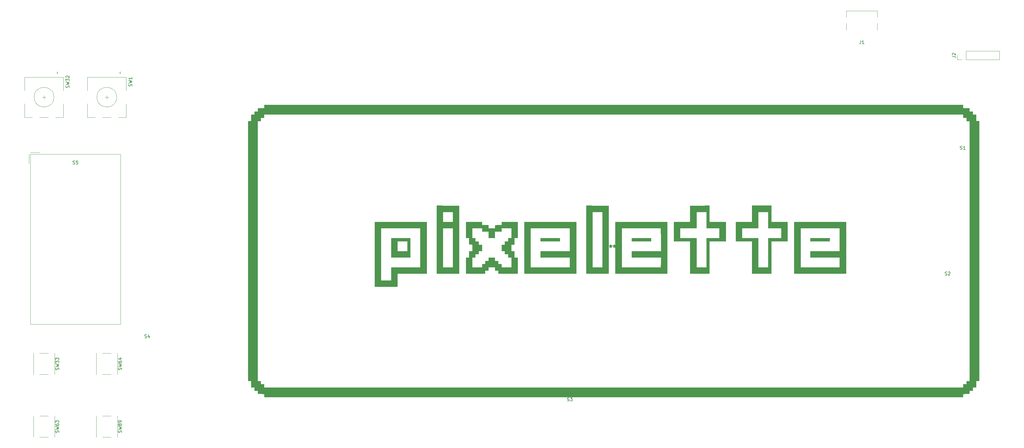
<source format=gbr>
%TF.GenerationSoftware,KiCad,Pcbnew,7.0.7*%
%TF.CreationDate,2023-10-31T22:36:57+07:00*%
%TF.ProjectId,Pixelette,50697865-6c65-4747-9465-2e6b69636164,rev?*%
%TF.SameCoordinates,Original*%
%TF.FileFunction,Legend,Top*%
%TF.FilePolarity,Positive*%
%FSLAX46Y46*%
G04 Gerber Fmt 4.6, Leading zero omitted, Abs format (unit mm)*
G04 Created by KiCad (PCBNEW 7.0.7) date 2023-10-31 22:36:57*
%MOMM*%
%LPD*%
G01*
G04 APERTURE LIST*
%ADD10C,0.150000*%
%ADD11C,0.300000*%
%ADD12C,0.120000*%
G04 APERTURE END LIST*
D10*
X287538095Y-40519700D02*
X287680952Y-40567319D01*
X287680952Y-40567319D02*
X287919047Y-40567319D01*
X287919047Y-40567319D02*
X288014285Y-40519700D01*
X288014285Y-40519700D02*
X288061904Y-40472080D01*
X288061904Y-40472080D02*
X288109523Y-40376842D01*
X288109523Y-40376842D02*
X288109523Y-40281604D01*
X288109523Y-40281604D02*
X288061904Y-40186366D01*
X288061904Y-40186366D02*
X288014285Y-40138747D01*
X288014285Y-40138747D02*
X287919047Y-40091128D01*
X287919047Y-40091128D02*
X287728571Y-40043509D01*
X287728571Y-40043509D02*
X287633333Y-39995890D01*
X287633333Y-39995890D02*
X287585714Y-39948271D01*
X287585714Y-39948271D02*
X287538095Y-39853033D01*
X287538095Y-39853033D02*
X287538095Y-39757795D01*
X287538095Y-39757795D02*
X287585714Y-39662557D01*
X287585714Y-39662557D02*
X287633333Y-39614938D01*
X287633333Y-39614938D02*
X287728571Y-39567319D01*
X287728571Y-39567319D02*
X287966666Y-39567319D01*
X287966666Y-39567319D02*
X288109523Y-39614938D01*
X289061904Y-40567319D02*
X288490476Y-40567319D01*
X288776190Y-40567319D02*
X288776190Y-39567319D01*
X288776190Y-39567319D02*
X288680952Y-39710176D01*
X288680952Y-39710176D02*
X288585714Y-39805414D01*
X288585714Y-39805414D02*
X288490476Y-39853033D01*
X282956845Y-78719700D02*
X283099702Y-78767319D01*
X283099702Y-78767319D02*
X283337797Y-78767319D01*
X283337797Y-78767319D02*
X283433035Y-78719700D01*
X283433035Y-78719700D02*
X283480654Y-78672080D01*
X283480654Y-78672080D02*
X283528273Y-78576842D01*
X283528273Y-78576842D02*
X283528273Y-78481604D01*
X283528273Y-78481604D02*
X283480654Y-78386366D01*
X283480654Y-78386366D02*
X283433035Y-78338747D01*
X283433035Y-78338747D02*
X283337797Y-78291128D01*
X283337797Y-78291128D02*
X283147321Y-78243509D01*
X283147321Y-78243509D02*
X283052083Y-78195890D01*
X283052083Y-78195890D02*
X283004464Y-78148271D01*
X283004464Y-78148271D02*
X282956845Y-78053033D01*
X282956845Y-78053033D02*
X282956845Y-77957795D01*
X282956845Y-77957795D02*
X283004464Y-77862557D01*
X283004464Y-77862557D02*
X283052083Y-77814938D01*
X283052083Y-77814938D02*
X283147321Y-77767319D01*
X283147321Y-77767319D02*
X283385416Y-77767319D01*
X283385416Y-77767319D02*
X283528273Y-77814938D01*
X283909226Y-77862557D02*
X283956845Y-77814938D01*
X283956845Y-77814938D02*
X284052083Y-77767319D01*
X284052083Y-77767319D02*
X284290178Y-77767319D01*
X284290178Y-77767319D02*
X284385416Y-77814938D01*
X284385416Y-77814938D02*
X284433035Y-77862557D01*
X284433035Y-77862557D02*
X284480654Y-77957795D01*
X284480654Y-77957795D02*
X284480654Y-78053033D01*
X284480654Y-78053033D02*
X284433035Y-78195890D01*
X284433035Y-78195890D02*
X283861607Y-78767319D01*
X283861607Y-78767319D02*
X284480654Y-78767319D01*
X40069345Y-97769700D02*
X40212202Y-97817319D01*
X40212202Y-97817319D02*
X40450297Y-97817319D01*
X40450297Y-97817319D02*
X40545535Y-97769700D01*
X40545535Y-97769700D02*
X40593154Y-97722080D01*
X40593154Y-97722080D02*
X40640773Y-97626842D01*
X40640773Y-97626842D02*
X40640773Y-97531604D01*
X40640773Y-97531604D02*
X40593154Y-97436366D01*
X40593154Y-97436366D02*
X40545535Y-97388747D01*
X40545535Y-97388747D02*
X40450297Y-97341128D01*
X40450297Y-97341128D02*
X40259821Y-97293509D01*
X40259821Y-97293509D02*
X40164583Y-97245890D01*
X40164583Y-97245890D02*
X40116964Y-97198271D01*
X40116964Y-97198271D02*
X40069345Y-97103033D01*
X40069345Y-97103033D02*
X40069345Y-97007795D01*
X40069345Y-97007795D02*
X40116964Y-96912557D01*
X40116964Y-96912557D02*
X40164583Y-96864938D01*
X40164583Y-96864938D02*
X40259821Y-96817319D01*
X40259821Y-96817319D02*
X40497916Y-96817319D01*
X40497916Y-96817319D02*
X40640773Y-96864938D01*
X41497916Y-97150652D02*
X41497916Y-97817319D01*
X41259821Y-96769700D02*
X41021726Y-97483985D01*
X41021726Y-97483985D02*
X41640773Y-97483985D01*
X168306845Y-116919700D02*
X168449702Y-116967319D01*
X168449702Y-116967319D02*
X168687797Y-116967319D01*
X168687797Y-116967319D02*
X168783035Y-116919700D01*
X168783035Y-116919700D02*
X168830654Y-116872080D01*
X168830654Y-116872080D02*
X168878273Y-116776842D01*
X168878273Y-116776842D02*
X168878273Y-116681604D01*
X168878273Y-116681604D02*
X168830654Y-116586366D01*
X168830654Y-116586366D02*
X168783035Y-116538747D01*
X168783035Y-116538747D02*
X168687797Y-116491128D01*
X168687797Y-116491128D02*
X168497321Y-116443509D01*
X168497321Y-116443509D02*
X168402083Y-116395890D01*
X168402083Y-116395890D02*
X168354464Y-116348271D01*
X168354464Y-116348271D02*
X168306845Y-116253033D01*
X168306845Y-116253033D02*
X168306845Y-116157795D01*
X168306845Y-116157795D02*
X168354464Y-116062557D01*
X168354464Y-116062557D02*
X168402083Y-116014938D01*
X168402083Y-116014938D02*
X168497321Y-115967319D01*
X168497321Y-115967319D02*
X168735416Y-115967319D01*
X168735416Y-115967319D02*
X168878273Y-116014938D01*
X169211607Y-115967319D02*
X169830654Y-115967319D01*
X169830654Y-115967319D02*
X169497321Y-116348271D01*
X169497321Y-116348271D02*
X169640178Y-116348271D01*
X169640178Y-116348271D02*
X169735416Y-116395890D01*
X169735416Y-116395890D02*
X169783035Y-116443509D01*
X169783035Y-116443509D02*
X169830654Y-116538747D01*
X169830654Y-116538747D02*
X169830654Y-116776842D01*
X169830654Y-116776842D02*
X169783035Y-116872080D01*
X169783035Y-116872080D02*
X169735416Y-116919700D01*
X169735416Y-116919700D02*
X169640178Y-116967319D01*
X169640178Y-116967319D02*
X169354464Y-116967319D01*
X169354464Y-116967319D02*
X169259226Y-116919700D01*
X169259226Y-116919700D02*
X169211607Y-116872080D01*
D11*
X180558572Y-69689757D02*
X180415715Y-69618328D01*
X180415715Y-69618328D02*
X180201429Y-69618328D01*
X180201429Y-69618328D02*
X179987143Y-69689757D01*
X179987143Y-69689757D02*
X179844286Y-69832614D01*
X179844286Y-69832614D02*
X179772857Y-69975471D01*
X179772857Y-69975471D02*
X179701429Y-70261185D01*
X179701429Y-70261185D02*
X179701429Y-70475471D01*
X179701429Y-70475471D02*
X179772857Y-70761185D01*
X179772857Y-70761185D02*
X179844286Y-70904042D01*
X179844286Y-70904042D02*
X179987143Y-71046900D01*
X179987143Y-71046900D02*
X180201429Y-71118328D01*
X180201429Y-71118328D02*
X180344286Y-71118328D01*
X180344286Y-71118328D02*
X180558572Y-71046900D01*
X180558572Y-71046900D02*
X180630000Y-70975471D01*
X180630000Y-70975471D02*
X180630000Y-70475471D01*
X180630000Y-70475471D02*
X180344286Y-70475471D01*
X181487143Y-69618328D02*
X181487143Y-69975471D01*
X181130000Y-69832614D02*
X181487143Y-69975471D01*
X181487143Y-69975471D02*
X181844286Y-69832614D01*
X181272857Y-70261185D02*
X181487143Y-69975471D01*
X181487143Y-69975471D02*
X181701429Y-70261185D01*
X182630000Y-69618328D02*
X182630000Y-69975471D01*
X182272857Y-69832614D02*
X182630000Y-69975471D01*
X182630000Y-69975471D02*
X182987143Y-69832614D01*
X182415714Y-70261185D02*
X182630000Y-69975471D01*
X182630000Y-69975471D02*
X182844286Y-70261185D01*
X183772857Y-69618328D02*
X183772857Y-69975471D01*
X183415714Y-69832614D02*
X183772857Y-69975471D01*
X183772857Y-69975471D02*
X184130000Y-69832614D01*
X183558571Y-70261185D02*
X183772857Y-69975471D01*
X183772857Y-69975471D02*
X183987143Y-70261185D01*
D10*
X36182200Y-21333332D02*
X36229819Y-21190475D01*
X36229819Y-21190475D02*
X36229819Y-20952380D01*
X36229819Y-20952380D02*
X36182200Y-20857142D01*
X36182200Y-20857142D02*
X36134580Y-20809523D01*
X36134580Y-20809523D02*
X36039342Y-20761904D01*
X36039342Y-20761904D02*
X35944104Y-20761904D01*
X35944104Y-20761904D02*
X35848866Y-20809523D01*
X35848866Y-20809523D02*
X35801247Y-20857142D01*
X35801247Y-20857142D02*
X35753628Y-20952380D01*
X35753628Y-20952380D02*
X35706009Y-21142856D01*
X35706009Y-21142856D02*
X35658390Y-21238094D01*
X35658390Y-21238094D02*
X35610771Y-21285713D01*
X35610771Y-21285713D02*
X35515533Y-21333332D01*
X35515533Y-21333332D02*
X35420295Y-21333332D01*
X35420295Y-21333332D02*
X35325057Y-21285713D01*
X35325057Y-21285713D02*
X35277438Y-21238094D01*
X35277438Y-21238094D02*
X35229819Y-21142856D01*
X35229819Y-21142856D02*
X35229819Y-20904761D01*
X35229819Y-20904761D02*
X35277438Y-20761904D01*
X35229819Y-20428570D02*
X36229819Y-20190475D01*
X36229819Y-20190475D02*
X35515533Y-19999999D01*
X35515533Y-19999999D02*
X36229819Y-19809523D01*
X36229819Y-19809523D02*
X35229819Y-19571428D01*
X36229819Y-18666666D02*
X36229819Y-19238094D01*
X36229819Y-18952380D02*
X35229819Y-18952380D01*
X35229819Y-18952380D02*
X35372676Y-19047618D01*
X35372676Y-19047618D02*
X35467914Y-19142856D01*
X35467914Y-19142856D02*
X35515533Y-19238094D01*
X13982200Y-126522023D02*
X14029819Y-126379166D01*
X14029819Y-126379166D02*
X14029819Y-126141071D01*
X14029819Y-126141071D02*
X13982200Y-126045833D01*
X13982200Y-126045833D02*
X13934580Y-125998214D01*
X13934580Y-125998214D02*
X13839342Y-125950595D01*
X13839342Y-125950595D02*
X13744104Y-125950595D01*
X13744104Y-125950595D02*
X13648866Y-125998214D01*
X13648866Y-125998214D02*
X13601247Y-126045833D01*
X13601247Y-126045833D02*
X13553628Y-126141071D01*
X13553628Y-126141071D02*
X13506009Y-126331547D01*
X13506009Y-126331547D02*
X13458390Y-126426785D01*
X13458390Y-126426785D02*
X13410771Y-126474404D01*
X13410771Y-126474404D02*
X13315533Y-126522023D01*
X13315533Y-126522023D02*
X13220295Y-126522023D01*
X13220295Y-126522023D02*
X13125057Y-126474404D01*
X13125057Y-126474404D02*
X13077438Y-126426785D01*
X13077438Y-126426785D02*
X13029819Y-126331547D01*
X13029819Y-126331547D02*
X13029819Y-126093452D01*
X13029819Y-126093452D02*
X13077438Y-125950595D01*
X13029819Y-125617261D02*
X14029819Y-125379166D01*
X14029819Y-125379166D02*
X13315533Y-125188690D01*
X13315533Y-125188690D02*
X14029819Y-124998214D01*
X14029819Y-124998214D02*
X13029819Y-124760119D01*
X13029819Y-123950595D02*
X13029819Y-124141071D01*
X13029819Y-124141071D02*
X13077438Y-124236309D01*
X13077438Y-124236309D02*
X13125057Y-124283928D01*
X13125057Y-124283928D02*
X13267914Y-124379166D01*
X13267914Y-124379166D02*
X13458390Y-124426785D01*
X13458390Y-124426785D02*
X13839342Y-124426785D01*
X13839342Y-124426785D02*
X13934580Y-124379166D01*
X13934580Y-124379166D02*
X13982200Y-124331547D01*
X13982200Y-124331547D02*
X14029819Y-124236309D01*
X14029819Y-124236309D02*
X14029819Y-124045833D01*
X14029819Y-124045833D02*
X13982200Y-123950595D01*
X13982200Y-123950595D02*
X13934580Y-123902976D01*
X13934580Y-123902976D02*
X13839342Y-123855357D01*
X13839342Y-123855357D02*
X13601247Y-123855357D01*
X13601247Y-123855357D02*
X13506009Y-123902976D01*
X13506009Y-123902976D02*
X13458390Y-123950595D01*
X13458390Y-123950595D02*
X13410771Y-124045833D01*
X13410771Y-124045833D02*
X13410771Y-124236309D01*
X13410771Y-124236309D02*
X13458390Y-124331547D01*
X13458390Y-124331547D02*
X13506009Y-124379166D01*
X13506009Y-124379166D02*
X13601247Y-124426785D01*
X13029819Y-123522023D02*
X13029819Y-122902976D01*
X13029819Y-122902976D02*
X13410771Y-123236309D01*
X13410771Y-123236309D02*
X13410771Y-123093452D01*
X13410771Y-123093452D02*
X13458390Y-122998214D01*
X13458390Y-122998214D02*
X13506009Y-122950595D01*
X13506009Y-122950595D02*
X13601247Y-122902976D01*
X13601247Y-122902976D02*
X13839342Y-122902976D01*
X13839342Y-122902976D02*
X13934580Y-122950595D01*
X13934580Y-122950595D02*
X13982200Y-122998214D01*
X13982200Y-122998214D02*
X14029819Y-123093452D01*
X14029819Y-123093452D02*
X14029819Y-123379166D01*
X14029819Y-123379166D02*
X13982200Y-123474404D01*
X13982200Y-123474404D02*
X13934580Y-123522023D01*
X33032200Y-107472023D02*
X33079819Y-107329166D01*
X33079819Y-107329166D02*
X33079819Y-107091071D01*
X33079819Y-107091071D02*
X33032200Y-106995833D01*
X33032200Y-106995833D02*
X32984580Y-106948214D01*
X32984580Y-106948214D02*
X32889342Y-106900595D01*
X32889342Y-106900595D02*
X32794104Y-106900595D01*
X32794104Y-106900595D02*
X32698866Y-106948214D01*
X32698866Y-106948214D02*
X32651247Y-106995833D01*
X32651247Y-106995833D02*
X32603628Y-107091071D01*
X32603628Y-107091071D02*
X32556009Y-107281547D01*
X32556009Y-107281547D02*
X32508390Y-107376785D01*
X32508390Y-107376785D02*
X32460771Y-107424404D01*
X32460771Y-107424404D02*
X32365533Y-107472023D01*
X32365533Y-107472023D02*
X32270295Y-107472023D01*
X32270295Y-107472023D02*
X32175057Y-107424404D01*
X32175057Y-107424404D02*
X32127438Y-107376785D01*
X32127438Y-107376785D02*
X32079819Y-107281547D01*
X32079819Y-107281547D02*
X32079819Y-107043452D01*
X32079819Y-107043452D02*
X32127438Y-106900595D01*
X32079819Y-106567261D02*
X33079819Y-106329166D01*
X33079819Y-106329166D02*
X32365533Y-106138690D01*
X32365533Y-106138690D02*
X33079819Y-105948214D01*
X33079819Y-105948214D02*
X32079819Y-105710119D01*
X32079819Y-104900595D02*
X32079819Y-105091071D01*
X32079819Y-105091071D02*
X32127438Y-105186309D01*
X32127438Y-105186309D02*
X32175057Y-105233928D01*
X32175057Y-105233928D02*
X32317914Y-105329166D01*
X32317914Y-105329166D02*
X32508390Y-105376785D01*
X32508390Y-105376785D02*
X32889342Y-105376785D01*
X32889342Y-105376785D02*
X32984580Y-105329166D01*
X32984580Y-105329166D02*
X33032200Y-105281547D01*
X33032200Y-105281547D02*
X33079819Y-105186309D01*
X33079819Y-105186309D02*
X33079819Y-104995833D01*
X33079819Y-104995833D02*
X33032200Y-104900595D01*
X33032200Y-104900595D02*
X32984580Y-104852976D01*
X32984580Y-104852976D02*
X32889342Y-104805357D01*
X32889342Y-104805357D02*
X32651247Y-104805357D01*
X32651247Y-104805357D02*
X32556009Y-104852976D01*
X32556009Y-104852976D02*
X32508390Y-104900595D01*
X32508390Y-104900595D02*
X32460771Y-104995833D01*
X32460771Y-104995833D02*
X32460771Y-105186309D01*
X32460771Y-105186309D02*
X32508390Y-105281547D01*
X32508390Y-105281547D02*
X32556009Y-105329166D01*
X32556009Y-105329166D02*
X32651247Y-105376785D01*
X32413152Y-103948214D02*
X33079819Y-103948214D01*
X32032200Y-104186309D02*
X32746485Y-104424404D01*
X32746485Y-104424404D02*
X32746485Y-103805357D01*
X33032200Y-126522023D02*
X33079819Y-126379166D01*
X33079819Y-126379166D02*
X33079819Y-126141071D01*
X33079819Y-126141071D02*
X33032200Y-126045833D01*
X33032200Y-126045833D02*
X32984580Y-125998214D01*
X32984580Y-125998214D02*
X32889342Y-125950595D01*
X32889342Y-125950595D02*
X32794104Y-125950595D01*
X32794104Y-125950595D02*
X32698866Y-125998214D01*
X32698866Y-125998214D02*
X32651247Y-126045833D01*
X32651247Y-126045833D02*
X32603628Y-126141071D01*
X32603628Y-126141071D02*
X32556009Y-126331547D01*
X32556009Y-126331547D02*
X32508390Y-126426785D01*
X32508390Y-126426785D02*
X32460771Y-126474404D01*
X32460771Y-126474404D02*
X32365533Y-126522023D01*
X32365533Y-126522023D02*
X32270295Y-126522023D01*
X32270295Y-126522023D02*
X32175057Y-126474404D01*
X32175057Y-126474404D02*
X32127438Y-126426785D01*
X32127438Y-126426785D02*
X32079819Y-126331547D01*
X32079819Y-126331547D02*
X32079819Y-126093452D01*
X32079819Y-126093452D02*
X32127438Y-125950595D01*
X32079819Y-125617261D02*
X33079819Y-125379166D01*
X33079819Y-125379166D02*
X32365533Y-125188690D01*
X32365533Y-125188690D02*
X33079819Y-124998214D01*
X33079819Y-124998214D02*
X32079819Y-124760119D01*
X32508390Y-124236309D02*
X32460771Y-124331547D01*
X32460771Y-124331547D02*
X32413152Y-124379166D01*
X32413152Y-124379166D02*
X32317914Y-124426785D01*
X32317914Y-124426785D02*
X32270295Y-124426785D01*
X32270295Y-124426785D02*
X32175057Y-124379166D01*
X32175057Y-124379166D02*
X32127438Y-124331547D01*
X32127438Y-124331547D02*
X32079819Y-124236309D01*
X32079819Y-124236309D02*
X32079819Y-124045833D01*
X32079819Y-124045833D02*
X32127438Y-123950595D01*
X32127438Y-123950595D02*
X32175057Y-123902976D01*
X32175057Y-123902976D02*
X32270295Y-123855357D01*
X32270295Y-123855357D02*
X32317914Y-123855357D01*
X32317914Y-123855357D02*
X32413152Y-123902976D01*
X32413152Y-123902976D02*
X32460771Y-123950595D01*
X32460771Y-123950595D02*
X32508390Y-124045833D01*
X32508390Y-124045833D02*
X32508390Y-124236309D01*
X32508390Y-124236309D02*
X32556009Y-124331547D01*
X32556009Y-124331547D02*
X32603628Y-124379166D01*
X32603628Y-124379166D02*
X32698866Y-124426785D01*
X32698866Y-124426785D02*
X32889342Y-124426785D01*
X32889342Y-124426785D02*
X32984580Y-124379166D01*
X32984580Y-124379166D02*
X33032200Y-124331547D01*
X33032200Y-124331547D02*
X33079819Y-124236309D01*
X33079819Y-124236309D02*
X33079819Y-124045833D01*
X33079819Y-124045833D02*
X33032200Y-123950595D01*
X33032200Y-123950595D02*
X32984580Y-123902976D01*
X32984580Y-123902976D02*
X32889342Y-123855357D01*
X32889342Y-123855357D02*
X32698866Y-123855357D01*
X32698866Y-123855357D02*
X32603628Y-123902976D01*
X32603628Y-123902976D02*
X32556009Y-123950595D01*
X32556009Y-123950595D02*
X32508390Y-124045833D01*
X33079819Y-123379166D02*
X33079819Y-123188690D01*
X33079819Y-123188690D02*
X33032200Y-123093452D01*
X33032200Y-123093452D02*
X32984580Y-123045833D01*
X32984580Y-123045833D02*
X32841723Y-122950595D01*
X32841723Y-122950595D02*
X32651247Y-122902976D01*
X32651247Y-122902976D02*
X32270295Y-122902976D01*
X32270295Y-122902976D02*
X32175057Y-122950595D01*
X32175057Y-122950595D02*
X32127438Y-122998214D01*
X32127438Y-122998214D02*
X32079819Y-123093452D01*
X32079819Y-123093452D02*
X32079819Y-123283928D01*
X32079819Y-123283928D02*
X32127438Y-123379166D01*
X32127438Y-123379166D02*
X32175057Y-123426785D01*
X32175057Y-123426785D02*
X32270295Y-123474404D01*
X32270295Y-123474404D02*
X32508390Y-123474404D01*
X32508390Y-123474404D02*
X32603628Y-123426785D01*
X32603628Y-123426785D02*
X32651247Y-123379166D01*
X32651247Y-123379166D02*
X32698866Y-123283928D01*
X32698866Y-123283928D02*
X32698866Y-123093452D01*
X32698866Y-123093452D02*
X32651247Y-122998214D01*
X32651247Y-122998214D02*
X32603628Y-122950595D01*
X32603628Y-122950595D02*
X32508390Y-122902976D01*
X285097319Y-12333333D02*
X285811604Y-12333333D01*
X285811604Y-12333333D02*
X285954461Y-12380952D01*
X285954461Y-12380952D02*
X286049700Y-12476190D01*
X286049700Y-12476190D02*
X286097319Y-12619047D01*
X286097319Y-12619047D02*
X286097319Y-12714285D01*
X285192557Y-11904761D02*
X285144938Y-11857142D01*
X285144938Y-11857142D02*
X285097319Y-11761904D01*
X285097319Y-11761904D02*
X285097319Y-11523809D01*
X285097319Y-11523809D02*
X285144938Y-11428571D01*
X285144938Y-11428571D02*
X285192557Y-11380952D01*
X285192557Y-11380952D02*
X285287795Y-11333333D01*
X285287795Y-11333333D02*
X285383033Y-11333333D01*
X285383033Y-11333333D02*
X285525890Y-11380952D01*
X285525890Y-11380952D02*
X286097319Y-11952380D01*
X286097319Y-11952380D02*
X286097319Y-11333333D01*
X17132200Y-21809523D02*
X17179819Y-21666666D01*
X17179819Y-21666666D02*
X17179819Y-21428571D01*
X17179819Y-21428571D02*
X17132200Y-21333333D01*
X17132200Y-21333333D02*
X17084580Y-21285714D01*
X17084580Y-21285714D02*
X16989342Y-21238095D01*
X16989342Y-21238095D02*
X16894104Y-21238095D01*
X16894104Y-21238095D02*
X16798866Y-21285714D01*
X16798866Y-21285714D02*
X16751247Y-21333333D01*
X16751247Y-21333333D02*
X16703628Y-21428571D01*
X16703628Y-21428571D02*
X16656009Y-21619047D01*
X16656009Y-21619047D02*
X16608390Y-21714285D01*
X16608390Y-21714285D02*
X16560771Y-21761904D01*
X16560771Y-21761904D02*
X16465533Y-21809523D01*
X16465533Y-21809523D02*
X16370295Y-21809523D01*
X16370295Y-21809523D02*
X16275057Y-21761904D01*
X16275057Y-21761904D02*
X16227438Y-21714285D01*
X16227438Y-21714285D02*
X16179819Y-21619047D01*
X16179819Y-21619047D02*
X16179819Y-21380952D01*
X16179819Y-21380952D02*
X16227438Y-21238095D01*
X16179819Y-20904761D02*
X17179819Y-20666666D01*
X17179819Y-20666666D02*
X16465533Y-20476190D01*
X16465533Y-20476190D02*
X17179819Y-20285714D01*
X17179819Y-20285714D02*
X16179819Y-20047619D01*
X16179819Y-19761904D02*
X16179819Y-19142857D01*
X16179819Y-19142857D02*
X16560771Y-19476190D01*
X16560771Y-19476190D02*
X16560771Y-19333333D01*
X16560771Y-19333333D02*
X16608390Y-19238095D01*
X16608390Y-19238095D02*
X16656009Y-19190476D01*
X16656009Y-19190476D02*
X16751247Y-19142857D01*
X16751247Y-19142857D02*
X16989342Y-19142857D01*
X16989342Y-19142857D02*
X17084580Y-19190476D01*
X17084580Y-19190476D02*
X17132200Y-19238095D01*
X17132200Y-19238095D02*
X17179819Y-19333333D01*
X17179819Y-19333333D02*
X17179819Y-19619047D01*
X17179819Y-19619047D02*
X17132200Y-19714285D01*
X17132200Y-19714285D02*
X17084580Y-19761904D01*
X16275057Y-18761904D02*
X16227438Y-18714285D01*
X16227438Y-18714285D02*
X16179819Y-18619047D01*
X16179819Y-18619047D02*
X16179819Y-18380952D01*
X16179819Y-18380952D02*
X16227438Y-18285714D01*
X16227438Y-18285714D02*
X16275057Y-18238095D01*
X16275057Y-18238095D02*
X16370295Y-18190476D01*
X16370295Y-18190476D02*
X16465533Y-18190476D01*
X16465533Y-18190476D02*
X16608390Y-18238095D01*
X16608390Y-18238095D02*
X17179819Y-18809523D01*
X17179819Y-18809523D02*
X17179819Y-18190476D01*
X13982200Y-107472023D02*
X14029819Y-107329166D01*
X14029819Y-107329166D02*
X14029819Y-107091071D01*
X14029819Y-107091071D02*
X13982200Y-106995833D01*
X13982200Y-106995833D02*
X13934580Y-106948214D01*
X13934580Y-106948214D02*
X13839342Y-106900595D01*
X13839342Y-106900595D02*
X13744104Y-106900595D01*
X13744104Y-106900595D02*
X13648866Y-106948214D01*
X13648866Y-106948214D02*
X13601247Y-106995833D01*
X13601247Y-106995833D02*
X13553628Y-107091071D01*
X13553628Y-107091071D02*
X13506009Y-107281547D01*
X13506009Y-107281547D02*
X13458390Y-107376785D01*
X13458390Y-107376785D02*
X13410771Y-107424404D01*
X13410771Y-107424404D02*
X13315533Y-107472023D01*
X13315533Y-107472023D02*
X13220295Y-107472023D01*
X13220295Y-107472023D02*
X13125057Y-107424404D01*
X13125057Y-107424404D02*
X13077438Y-107376785D01*
X13077438Y-107376785D02*
X13029819Y-107281547D01*
X13029819Y-107281547D02*
X13029819Y-107043452D01*
X13029819Y-107043452D02*
X13077438Y-106900595D01*
X13029819Y-106567261D02*
X14029819Y-106329166D01*
X14029819Y-106329166D02*
X13315533Y-106138690D01*
X13315533Y-106138690D02*
X14029819Y-105948214D01*
X14029819Y-105948214D02*
X13029819Y-105710119D01*
X13029819Y-105424404D02*
X13029819Y-104805357D01*
X13029819Y-104805357D02*
X13410771Y-105138690D01*
X13410771Y-105138690D02*
X13410771Y-104995833D01*
X13410771Y-104995833D02*
X13458390Y-104900595D01*
X13458390Y-104900595D02*
X13506009Y-104852976D01*
X13506009Y-104852976D02*
X13601247Y-104805357D01*
X13601247Y-104805357D02*
X13839342Y-104805357D01*
X13839342Y-104805357D02*
X13934580Y-104852976D01*
X13934580Y-104852976D02*
X13982200Y-104900595D01*
X13982200Y-104900595D02*
X14029819Y-104995833D01*
X14029819Y-104995833D02*
X14029819Y-105281547D01*
X14029819Y-105281547D02*
X13982200Y-105376785D01*
X13982200Y-105376785D02*
X13934580Y-105424404D01*
X13029819Y-104472023D02*
X13029819Y-103852976D01*
X13029819Y-103852976D02*
X13410771Y-104186309D01*
X13410771Y-104186309D02*
X13410771Y-104043452D01*
X13410771Y-104043452D02*
X13458390Y-103948214D01*
X13458390Y-103948214D02*
X13506009Y-103900595D01*
X13506009Y-103900595D02*
X13601247Y-103852976D01*
X13601247Y-103852976D02*
X13839342Y-103852976D01*
X13839342Y-103852976D02*
X13934580Y-103900595D01*
X13934580Y-103900595D02*
X13982200Y-103948214D01*
X13982200Y-103948214D02*
X14029819Y-104043452D01*
X14029819Y-104043452D02*
X14029819Y-104329166D01*
X14029819Y-104329166D02*
X13982200Y-104424404D01*
X13982200Y-104424404D02*
X13934580Y-104472023D01*
X257359166Y-7498569D02*
X257359166Y-8212854D01*
X257359166Y-8212854D02*
X257311547Y-8355711D01*
X257311547Y-8355711D02*
X257216309Y-8450950D01*
X257216309Y-8450950D02*
X257073452Y-8498569D01*
X257073452Y-8498569D02*
X256978214Y-8498569D01*
X258359166Y-8498569D02*
X257787738Y-8498569D01*
X258073452Y-8498569D02*
X258073452Y-7498569D01*
X258073452Y-7498569D02*
X257978214Y-7641426D01*
X257978214Y-7641426D02*
X257882976Y-7736664D01*
X257882976Y-7736664D02*
X257787738Y-7784283D01*
X18288095Y-44969700D02*
X18430952Y-45017319D01*
X18430952Y-45017319D02*
X18669047Y-45017319D01*
X18669047Y-45017319D02*
X18764285Y-44969700D01*
X18764285Y-44969700D02*
X18811904Y-44922080D01*
X18811904Y-44922080D02*
X18859523Y-44826842D01*
X18859523Y-44826842D02*
X18859523Y-44731604D01*
X18859523Y-44731604D02*
X18811904Y-44636366D01*
X18811904Y-44636366D02*
X18764285Y-44588747D01*
X18764285Y-44588747D02*
X18669047Y-44541128D01*
X18669047Y-44541128D02*
X18478571Y-44493509D01*
X18478571Y-44493509D02*
X18383333Y-44445890D01*
X18383333Y-44445890D02*
X18335714Y-44398271D01*
X18335714Y-44398271D02*
X18288095Y-44303033D01*
X18288095Y-44303033D02*
X18288095Y-44207795D01*
X18288095Y-44207795D02*
X18335714Y-44112557D01*
X18335714Y-44112557D02*
X18383333Y-44064938D01*
X18383333Y-44064938D02*
X18478571Y-44017319D01*
X18478571Y-44017319D02*
X18716666Y-44017319D01*
X18716666Y-44017319D02*
X18859523Y-44064938D01*
X19764285Y-44017319D02*
X19288095Y-44017319D01*
X19288095Y-44017319D02*
X19240476Y-44493509D01*
X19240476Y-44493509D02*
X19288095Y-44445890D01*
X19288095Y-44445890D02*
X19383333Y-44398271D01*
X19383333Y-44398271D02*
X19621428Y-44398271D01*
X19621428Y-44398271D02*
X19716666Y-44445890D01*
X19716666Y-44445890D02*
X19764285Y-44493509D01*
X19764285Y-44493509D02*
X19811904Y-44588747D01*
X19811904Y-44588747D02*
X19811904Y-44826842D01*
X19811904Y-44826842D02*
X19764285Y-44922080D01*
X19764285Y-44922080D02*
X19716666Y-44969700D01*
X19716666Y-44969700D02*
X19621428Y-45017319D01*
X19621428Y-45017319D02*
X19383333Y-45017319D01*
X19383333Y-45017319D02*
X19288095Y-44969700D01*
X19288095Y-44969700D02*
X19240476Y-44922080D01*
%TO.C,G\u002A\u002A\u002A*%
G36*
X193737737Y-67995786D02*
G01*
X193737737Y-68491235D01*
X190781560Y-68491235D01*
X187825383Y-68491235D01*
X187825383Y-67995786D01*
X187825383Y-67500338D01*
X190781560Y-67500338D01*
X193737737Y-67500338D01*
X193737737Y-67995786D01*
G37*
G36*
X120741638Y-70456515D02*
G01*
X120741638Y-73412691D01*
X117785461Y-73412691D01*
X114829284Y-73412691D01*
X114829284Y-70456515D01*
X114829284Y-68491235D01*
X116778049Y-68491235D01*
X116778049Y-69961066D01*
X116778049Y-71430897D01*
X118264395Y-71430897D01*
X119750741Y-71430897D01*
X119750741Y-69961066D01*
X119750741Y-68491235D01*
X118264395Y-68491235D01*
X116778049Y-68491235D01*
X114829284Y-68491235D01*
X114829284Y-67500338D01*
X117785461Y-67500338D01*
X120741638Y-67500338D01*
X120741638Y-70456515D01*
G37*
G36*
X177462249Y-57632499D02*
G01*
X180905617Y-57640910D01*
X180913927Y-67987529D01*
X180922237Y-78334148D01*
X177470559Y-78334148D01*
X174018881Y-78334148D01*
X174018881Y-67979118D01*
X174018881Y-59606189D01*
X175967646Y-59606189D01*
X175967646Y-67995786D01*
X175967646Y-76385383D01*
X177453992Y-76385383D01*
X178940338Y-76385383D01*
X178940338Y-67995786D01*
X178940338Y-59606189D01*
X177453992Y-59606189D01*
X175967646Y-59606189D01*
X174018881Y-59606189D01*
X174018881Y-57624089D01*
X177462249Y-57632499D01*
G37*
G36*
X166117359Y-67987529D02*
G01*
X166108218Y-68474720D01*
X163165980Y-68483154D01*
X162730802Y-68484157D01*
X162314562Y-68484641D01*
X161921992Y-68484627D01*
X161557825Y-68484138D01*
X161226793Y-68483195D01*
X160933629Y-68481821D01*
X160683065Y-68480037D01*
X160479834Y-68477866D01*
X160328669Y-68475330D01*
X160234301Y-68472449D01*
X160201546Y-68469391D01*
X160193617Y-68430064D01*
X160186940Y-68337101D01*
X160182071Y-68202923D01*
X160179566Y-68039950D01*
X160179349Y-67973766D01*
X160179349Y-67500338D01*
X163152924Y-67500338D01*
X166126499Y-67500338D01*
X166117359Y-67987529D01*
G37*
G36*
X247998503Y-67987529D02*
G01*
X247989362Y-68474720D01*
X245047125Y-68483154D01*
X244611947Y-68484157D01*
X244195706Y-68484641D01*
X243803136Y-68484627D01*
X243438969Y-68484138D01*
X243107937Y-68483195D01*
X242814773Y-68481821D01*
X242564210Y-68480037D01*
X242360979Y-68477866D01*
X242209813Y-68475330D01*
X242115445Y-68472449D01*
X242082690Y-68469391D01*
X242074761Y-68430064D01*
X242068084Y-68337101D01*
X242063215Y-68202923D01*
X242060710Y-68039950D01*
X242060494Y-67973766D01*
X242060494Y-67500338D01*
X245034069Y-67500338D01*
X248007643Y-67500338D01*
X247998503Y-67987529D01*
G37*
G36*
X125663095Y-70456395D02*
G01*
X125663095Y-78333908D01*
X121228829Y-78342286D01*
X116794564Y-78350663D01*
X116786047Y-80324200D01*
X116777529Y-82297737D01*
X113326164Y-82297737D01*
X109874798Y-82297737D01*
X109874798Y-72438309D01*
X109874798Y-64527646D01*
X111856593Y-64527646D01*
X111856593Y-72421794D01*
X111856593Y-80315942D01*
X113342939Y-80315942D01*
X114829284Y-80315942D01*
X114829284Y-78350663D01*
X114829284Y-76385383D01*
X119255292Y-76385383D01*
X123681300Y-76385383D01*
X123681300Y-70456515D01*
X123681300Y-64527646D01*
X117768946Y-64527646D01*
X111856593Y-64527646D01*
X109874798Y-64527646D01*
X109874798Y-62578881D01*
X117768946Y-62578881D01*
X125663095Y-62578881D01*
X125663095Y-70456395D01*
G37*
G36*
X171046190Y-70456515D02*
G01*
X171046190Y-78334148D01*
X163152041Y-78334148D01*
X155257893Y-78334148D01*
X155257893Y-70456515D01*
X155257893Y-64527646D01*
X157239688Y-64527646D01*
X157239688Y-70456515D01*
X157239688Y-76385383D01*
X163152041Y-76385383D01*
X169064395Y-76385383D01*
X169064395Y-74899037D01*
X169064395Y-73412691D01*
X164621381Y-73412691D01*
X160178366Y-73412691D01*
X160187115Y-72430052D01*
X160195864Y-71447412D01*
X164630130Y-71439035D01*
X169064395Y-71430658D01*
X169064395Y-67979152D01*
X169064395Y-64527646D01*
X163152041Y-64527646D01*
X157239688Y-64527646D01*
X155257893Y-64527646D01*
X155257893Y-62578881D01*
X163152041Y-62578881D01*
X171046190Y-62578881D01*
X171046190Y-70456515D01*
G37*
G36*
X198659193Y-70456515D02*
G01*
X198659193Y-78334148D01*
X190765045Y-78334148D01*
X182870897Y-78334148D01*
X182870897Y-70456515D01*
X182870897Y-64527465D01*
X184852691Y-64527465D01*
X184852691Y-70456515D01*
X184852691Y-76385564D01*
X190773303Y-76377216D01*
X196693914Y-76368868D01*
X196702511Y-74890780D01*
X196711109Y-73412691D01*
X192268246Y-73412691D01*
X187825383Y-73412691D01*
X187825383Y-72421794D01*
X187825383Y-71430897D01*
X192268059Y-71430897D01*
X196710735Y-71430897D01*
X196702324Y-67987529D01*
X196693914Y-64544161D01*
X190773303Y-64535813D01*
X184852691Y-64527465D01*
X182870897Y-64527465D01*
X182870897Y-62578881D01*
X190765045Y-62578881D01*
X198659193Y-62578881D01*
X198659193Y-70456515D01*
G37*
G36*
X252927334Y-70456515D02*
G01*
X252927334Y-78334148D01*
X245033186Y-78334148D01*
X237139037Y-78334148D01*
X237139037Y-70456515D01*
X237139037Y-64527646D01*
X239120832Y-64527646D01*
X239120832Y-70456515D01*
X239120832Y-76385383D01*
X245033186Y-76385383D01*
X250945539Y-76385383D01*
X250945539Y-74899037D01*
X250945539Y-73412691D01*
X246502525Y-73412691D01*
X242059511Y-73412691D01*
X242068260Y-72430052D01*
X242077009Y-71447412D01*
X246511274Y-71439035D01*
X250945539Y-71430658D01*
X250945539Y-67979152D01*
X250945539Y-64527646D01*
X245033186Y-64527646D01*
X239120832Y-64527646D01*
X237139037Y-64527646D01*
X237139037Y-62578881D01*
X245033186Y-62578881D01*
X252927334Y-62578881D01*
X252927334Y-70456515D01*
G37*
G36*
X132079154Y-57632499D02*
G01*
X135522522Y-57640910D01*
X135530832Y-67987529D01*
X135539142Y-78334148D01*
X132087464Y-78334148D01*
X128635786Y-78334148D01*
X128635786Y-67979118D01*
X128635786Y-64527646D01*
X130584551Y-64527646D01*
X130584551Y-70456515D01*
X130584551Y-76385383D01*
X132070897Y-76385383D01*
X133557243Y-76385383D01*
X133557243Y-70456515D01*
X133557243Y-64527646D01*
X132070897Y-64527646D01*
X130584551Y-64527646D01*
X128635786Y-64527646D01*
X128635786Y-59606189D01*
X130584551Y-59606189D01*
X130584551Y-61070515D01*
X130585033Y-61375355D01*
X130586411Y-61659687D01*
X130588585Y-61916736D01*
X130591454Y-62139728D01*
X130594919Y-62321886D01*
X130598878Y-62456436D01*
X130603232Y-62536603D01*
X130606571Y-62556861D01*
X130643176Y-62561438D01*
X130739065Y-62565693D01*
X130887463Y-62569526D01*
X131081595Y-62572836D01*
X131314686Y-62575523D01*
X131579961Y-62577487D01*
X131870644Y-62578627D01*
X132092917Y-62578881D01*
X133557243Y-62578881D01*
X133557243Y-61092535D01*
X133557243Y-59606189D01*
X132070897Y-59606189D01*
X130584551Y-59606189D01*
X128635786Y-59606189D01*
X128635786Y-57624089D01*
X132079154Y-57632499D01*
G37*
G36*
X211482845Y-60093203D02*
G01*
X211491313Y-62562366D01*
X213960299Y-62570834D01*
X216429284Y-62579302D01*
X216429284Y-65535268D01*
X216429284Y-68491235D01*
X213952041Y-68491235D01*
X211474798Y-68491235D01*
X211474798Y-73412691D01*
X211474798Y-78334148D01*
X208518621Y-78334148D01*
X205562444Y-78334148D01*
X205562444Y-73412691D01*
X205562444Y-68491235D01*
X203101716Y-68491235D01*
X200640988Y-68491235D01*
X200640988Y-67500338D01*
X202622783Y-67500338D01*
X205083511Y-67500338D01*
X207544239Y-67500338D01*
X207544239Y-71942860D01*
X207544239Y-76385383D01*
X209030585Y-76385383D01*
X210516931Y-76385383D01*
X210516931Y-71942860D01*
X210516931Y-67500338D01*
X212482210Y-67500338D01*
X214447490Y-67500338D01*
X214447490Y-66013992D01*
X214447490Y-64527646D01*
X212482210Y-64527646D01*
X210516931Y-64527646D01*
X210516931Y-62066918D01*
X210516931Y-59606189D01*
X209030585Y-59606189D01*
X207544239Y-59606189D01*
X207544239Y-62066918D01*
X207544239Y-64527646D01*
X205083511Y-64527646D01*
X202622783Y-64527646D01*
X202622783Y-66013992D01*
X202622783Y-67500338D01*
X200640988Y-67500338D01*
X200640988Y-65535058D01*
X200640988Y-62578881D01*
X203101506Y-62578881D01*
X205562024Y-62578881D01*
X205570492Y-60109896D01*
X205578959Y-57640910D01*
X208526668Y-57632475D01*
X211474377Y-57624040D01*
X211482845Y-60093203D01*
G37*
G36*
X230235786Y-60101638D02*
G01*
X230235786Y-62578881D01*
X232696515Y-62578881D01*
X235157243Y-62578881D01*
X235157243Y-65535058D01*
X235157243Y-68491235D01*
X232696515Y-68491235D01*
X230235786Y-68491235D01*
X230235786Y-73412691D01*
X230235786Y-78334148D01*
X227279610Y-78334148D01*
X224323433Y-78334148D01*
X224323433Y-73412691D01*
X224323433Y-68491235D01*
X221862705Y-68491235D01*
X219401976Y-68491235D01*
X219401976Y-67500338D01*
X221350741Y-67500338D01*
X223811469Y-67500338D01*
X226272197Y-67500338D01*
X226272197Y-71920840D01*
X226272359Y-72455950D01*
X226272831Y-72972844D01*
X226273594Y-73467676D01*
X226274629Y-73936598D01*
X226275918Y-74375761D01*
X226277440Y-74781318D01*
X226279178Y-75149420D01*
X226281112Y-75476221D01*
X226283222Y-75757872D01*
X226285490Y-75990524D01*
X226287897Y-76170332D01*
X226290423Y-76293445D01*
X226293050Y-76356017D01*
X226294217Y-76363363D01*
X226330822Y-76367940D01*
X226426711Y-76372195D01*
X226575109Y-76376028D01*
X226769242Y-76379338D01*
X227002333Y-76382025D01*
X227267607Y-76383989D01*
X227558290Y-76385129D01*
X227780563Y-76385383D01*
X229244889Y-76385383D01*
X229244889Y-71942860D01*
X229244889Y-67500338D01*
X231226684Y-67500338D01*
X233208478Y-67500338D01*
X233208478Y-66013992D01*
X233208478Y-64527646D01*
X231226684Y-64527646D01*
X229244889Y-64527646D01*
X229244889Y-62066918D01*
X229244889Y-59606189D01*
X227758543Y-59606189D01*
X226272197Y-59606189D01*
X226272197Y-62066918D01*
X226272197Y-64527646D01*
X223811469Y-64527646D01*
X221350741Y-64527646D01*
X221350741Y-66013992D01*
X221350741Y-67500338D01*
X219401976Y-67500338D01*
X219401976Y-65535058D01*
X219401976Y-62578881D01*
X221862705Y-62578881D01*
X224323433Y-62578881D01*
X224323433Y-60101638D01*
X224323433Y-57624395D01*
X227279610Y-57624395D01*
X230235786Y-57624395D01*
X230235786Y-60101638D01*
G37*
G36*
X288434486Y-27534148D02*
G01*
X288434486Y-28029596D01*
X289425383Y-28029596D01*
X290416281Y-28029596D01*
X290416281Y-28525045D01*
X290416281Y-29020494D01*
X290911729Y-29020494D01*
X291407178Y-29020494D01*
X291407178Y-29515942D01*
X291407178Y-30011391D01*
X291902626Y-30011391D01*
X292398075Y-30011391D01*
X292398075Y-30985773D01*
X292398075Y-31960156D01*
X292877009Y-31960156D01*
X293355942Y-31960156D01*
X293355942Y-71430897D01*
X293355942Y-110901638D01*
X292877500Y-110901638D01*
X292399058Y-110901638D01*
X292390309Y-111884278D01*
X292381560Y-112866918D01*
X291895247Y-112876053D01*
X291408934Y-112885189D01*
X291399798Y-113371502D01*
X291390663Y-113857815D01*
X290903472Y-113866955D01*
X290416281Y-113876096D01*
X290416281Y-114350218D01*
X290416281Y-114824341D01*
X289425383Y-114848712D01*
X288434486Y-114873084D01*
X288434486Y-115348089D01*
X288434486Y-115823094D01*
X182391963Y-115823094D01*
X76349441Y-115823094D01*
X76349441Y-115348089D01*
X76349441Y-114873084D01*
X75358543Y-114848712D01*
X74367646Y-114824341D01*
X74367646Y-114349335D01*
X74367646Y-113874330D01*
X73872197Y-113874330D01*
X73376749Y-113874330D01*
X73376749Y-113378881D01*
X73376749Y-112883433D01*
X72881300Y-112883433D01*
X72385851Y-112883433D01*
X72385851Y-111892535D01*
X72385851Y-110901638D01*
X74367646Y-110901638D01*
X74863095Y-110901638D01*
X75358543Y-110901638D01*
X75358543Y-111397087D01*
X75358543Y-111892535D01*
X75853992Y-111892535D01*
X76349441Y-111892535D01*
X76349441Y-112387984D01*
X76349441Y-112883433D01*
X182391963Y-112883433D01*
X288434486Y-112883433D01*
X288434486Y-112387984D01*
X288434486Y-111892535D01*
X288929935Y-111892535D01*
X289425383Y-111892535D01*
X289425383Y-111397087D01*
X289425383Y-110901638D01*
X289920832Y-110901638D01*
X290416281Y-110901638D01*
X290416281Y-71447412D01*
X290416281Y-31993186D01*
X289920832Y-31993186D01*
X289425383Y-31993186D01*
X289425383Y-31497737D01*
X289425383Y-31002288D01*
X288929935Y-31002288D01*
X288434486Y-31002288D01*
X288434486Y-30506840D01*
X288434486Y-30011391D01*
X182392846Y-30011391D01*
X76351207Y-30011391D01*
X76342066Y-30498582D01*
X76332926Y-30985773D01*
X75846612Y-30994909D01*
X75360299Y-31004044D01*
X75351164Y-31490357D01*
X75342028Y-31976671D01*
X74854837Y-31985811D01*
X74367646Y-31994951D01*
X74367646Y-71448295D01*
X74367646Y-110901638D01*
X72385851Y-110901638D01*
X71890389Y-110901638D01*
X71394927Y-110901638D01*
X71403198Y-71439154D01*
X71411469Y-31976671D01*
X71898660Y-31967530D01*
X72385851Y-31958390D01*
X72385851Y-30984890D01*
X72385851Y-30011391D01*
X72881300Y-30011391D01*
X73376749Y-30011391D01*
X73376749Y-29515942D01*
X73376749Y-29020494D01*
X73872197Y-29020494D01*
X74367646Y-29020494D01*
X74367646Y-28525045D01*
X74367646Y-28029596D01*
X75358543Y-28029596D01*
X76349441Y-28029596D01*
X76349441Y-27534148D01*
X76349441Y-27038699D01*
X182391963Y-27038699D01*
X288434486Y-27038699D01*
X288434486Y-27534148D01*
G37*
G36*
X142442288Y-63057815D02*
G01*
X142442288Y-63536749D01*
X143416671Y-63536749D01*
X144391053Y-63536749D01*
X144391053Y-64032197D01*
X144391053Y-64527646D01*
X145381067Y-64527646D01*
X146371082Y-64527646D01*
X146380222Y-64040455D01*
X146389362Y-63553264D01*
X147372002Y-63544515D01*
X148354642Y-63535766D01*
X148354642Y-63057323D01*
X148354642Y-62578881D01*
X150815370Y-62578881D01*
X153276099Y-62578881D01*
X153276099Y-65039609D01*
X153276099Y-67500338D01*
X152780650Y-67500338D01*
X152285201Y-67500338D01*
X152285201Y-68491235D01*
X152285201Y-69482132D01*
X151806268Y-69482132D01*
X151327334Y-69482132D01*
X151327334Y-70456515D01*
X151327334Y-71430897D01*
X151806268Y-71430897D01*
X152285201Y-71430897D01*
X152285201Y-72421794D01*
X152285201Y-73412691D01*
X152780650Y-73412691D01*
X153276099Y-73412691D01*
X153276099Y-75873420D01*
X153276099Y-78334148D01*
X150319922Y-78334148D01*
X147363745Y-78334148D01*
X147363745Y-77856097D01*
X147363745Y-77378046D01*
X146876554Y-77368906D01*
X146389362Y-77359765D01*
X146380222Y-76872574D01*
X146371082Y-76385383D01*
X145381067Y-76385383D01*
X144391053Y-76385383D01*
X144391053Y-76880832D01*
X144391053Y-77376280D01*
X143912119Y-77376280D01*
X143433186Y-77376280D01*
X143433186Y-77855214D01*
X143433186Y-78334148D01*
X140477009Y-78334148D01*
X137520832Y-78334148D01*
X137520832Y-75873420D01*
X137520832Y-73412691D01*
X137999274Y-73412691D01*
X138477716Y-73412691D01*
X138486465Y-72430052D01*
X138495214Y-71447412D01*
X138982405Y-71438271D01*
X139469597Y-71429131D01*
X139469597Y-70456515D01*
X139469597Y-69483898D01*
X138982405Y-69474758D01*
X138495214Y-69465617D01*
X138486465Y-68482977D01*
X138477716Y-67500338D01*
X137999274Y-67500338D01*
X137520832Y-67500338D01*
X137520832Y-65039609D01*
X137520832Y-64527646D01*
X139469597Y-64527646D01*
X139469597Y-66013992D01*
X139469597Y-67500338D01*
X139965045Y-67500338D01*
X140460494Y-67500338D01*
X140460494Y-67995786D01*
X140460494Y-68491235D01*
X140955942Y-68491235D01*
X141451391Y-68491235D01*
X141451391Y-68986684D01*
X141451391Y-69482132D01*
X141946840Y-69482132D01*
X142442288Y-69482132D01*
X142442288Y-70456515D01*
X142442288Y-71430897D01*
X141946840Y-71430897D01*
X141451391Y-71430897D01*
X141451391Y-71926345D01*
X141451391Y-72421794D01*
X140955942Y-72421794D01*
X140460494Y-72421794D01*
X140460494Y-72917243D01*
X140460494Y-73412691D01*
X139965045Y-73412691D01*
X139469597Y-73412691D01*
X139469597Y-74899037D01*
X139469597Y-76385383D01*
X140955942Y-76385383D01*
X142442288Y-76385383D01*
X142442288Y-75889935D01*
X142442288Y-75394486D01*
X142937737Y-75394486D01*
X143433186Y-75394486D01*
X143433186Y-74899037D01*
X143433186Y-74403589D01*
X143928634Y-74403589D01*
X144424083Y-74403589D01*
X144424083Y-73908140D01*
X144424083Y-73412691D01*
X145398465Y-73412691D01*
X146372848Y-73412691D01*
X146372848Y-73908140D01*
X146372848Y-74403589D01*
X146868296Y-74403589D01*
X147363745Y-74403589D01*
X147363745Y-74899037D01*
X147363745Y-75394486D01*
X147859193Y-75394486D01*
X148354642Y-75394486D01*
X148354642Y-75889935D01*
X148354642Y-76385383D01*
X149840988Y-76385383D01*
X151327334Y-76385383D01*
X151327334Y-74899037D01*
X151327334Y-73412691D01*
X150831885Y-73412691D01*
X150336437Y-73412691D01*
X150336437Y-72917243D01*
X150336437Y-72421794D01*
X149840988Y-72421794D01*
X149345539Y-72421794D01*
X149345539Y-71926345D01*
X149345539Y-71430897D01*
X148850091Y-71430897D01*
X148354642Y-71430897D01*
X148354642Y-70456515D01*
X148354642Y-69482132D01*
X148850091Y-69482132D01*
X149345539Y-69482132D01*
X149345539Y-68986684D01*
X149345539Y-68491235D01*
X149840988Y-68491235D01*
X150336437Y-68491235D01*
X150336437Y-67995786D01*
X150336437Y-67500338D01*
X150831885Y-67500338D01*
X151327334Y-67500338D01*
X151327334Y-66013992D01*
X151327334Y-64527646D01*
X149840988Y-64527646D01*
X148354642Y-64527646D01*
X148354642Y-65023094D01*
X148354642Y-65518543D01*
X147363745Y-65518543D01*
X146372848Y-65518543D01*
X146372848Y-66509440D01*
X146372848Y-67500338D01*
X145398465Y-67500338D01*
X144424083Y-67500338D01*
X144424083Y-66509440D01*
X144424083Y-65518543D01*
X143433186Y-65518543D01*
X142442288Y-65518543D01*
X142442288Y-65023094D01*
X142442288Y-64527646D01*
X140955942Y-64527646D01*
X139469597Y-64527646D01*
X137520832Y-64527646D01*
X137520832Y-62578881D01*
X139981560Y-62578881D01*
X142442288Y-62578881D01*
X142442288Y-63057815D01*
G37*
D12*
%TO.C,SW1*%
X32675000Y-16900000D02*
X32675000Y-17500000D01*
X32375000Y-17200000D02*
X32675000Y-16900000D01*
X32675000Y-17500000D02*
X32375000Y-17200000D01*
X34475000Y-18600000D02*
X22675000Y-18600000D01*
X34475000Y-22700000D02*
X34475000Y-18600000D01*
X22675000Y-22700000D02*
X22675000Y-18600000D01*
X28575000Y-24200000D02*
X28575000Y-25200000D01*
X29075000Y-24700000D02*
X28075000Y-24700000D01*
X34475000Y-26700000D02*
X34475000Y-30800000D01*
X34475000Y-30800000D02*
X32075000Y-30800000D01*
X29875000Y-30800000D02*
X27275000Y-30800000D01*
X25075000Y-30800000D02*
X22675000Y-30800000D01*
X22675000Y-30800000D02*
X22675000Y-26700000D01*
X31575000Y-24700000D02*
G75*
G03*
X31575000Y-24700000I-3000000J0D01*
G01*
%TO.C,SW63*%
X12755000Y-121482500D02*
X12755000Y-127942500D01*
X12725000Y-121482500D02*
X12755000Y-121482500D01*
X10825000Y-121482500D02*
X8225000Y-121482500D01*
X6295000Y-121482500D02*
X6325000Y-121482500D01*
X6295000Y-121482500D02*
X6295000Y-127942500D01*
X12755000Y-127942500D02*
X12725000Y-127942500D01*
X10825000Y-127942500D02*
X8225000Y-127942500D01*
X6295000Y-127942500D02*
X6325000Y-127942500D01*
%TO.C,SW64*%
X31805000Y-102432500D02*
X31805000Y-108892500D01*
X31775000Y-102432500D02*
X31805000Y-102432500D01*
X29875000Y-102432500D02*
X27275000Y-102432500D01*
X25345000Y-102432500D02*
X25375000Y-102432500D01*
X25345000Y-102432500D02*
X25345000Y-108892500D01*
X31805000Y-108892500D02*
X31775000Y-108892500D01*
X29875000Y-108892500D02*
X27275000Y-108892500D01*
X25345000Y-108892500D02*
X25375000Y-108892500D01*
%TO.C,SW89*%
X31805000Y-121482500D02*
X31805000Y-127942500D01*
X31775000Y-121482500D02*
X31805000Y-121482500D01*
X29875000Y-121482500D02*
X27275000Y-121482500D01*
X25345000Y-121482500D02*
X25375000Y-121482500D01*
X25345000Y-121482500D02*
X25345000Y-127942500D01*
X31805000Y-127942500D02*
X31775000Y-127942500D01*
X29875000Y-127942500D02*
X27275000Y-127942500D01*
X25345000Y-127942500D02*
X25375000Y-127942500D01*
%TO.C,J2*%
X286642500Y-13330000D02*
X286642500Y-12000000D01*
X287972500Y-13330000D02*
X286642500Y-13330000D01*
X289242500Y-13330000D02*
X299462500Y-13330000D01*
X289242500Y-13330000D02*
X289242500Y-10670000D01*
X299462500Y-13330000D02*
X299462500Y-10670000D01*
X289242500Y-10670000D02*
X299462500Y-10670000D01*
%TO.C,SW32*%
X13625000Y-16900000D02*
X13625000Y-17500000D01*
X13325000Y-17200000D02*
X13625000Y-16900000D01*
X13625000Y-17500000D02*
X13325000Y-17200000D01*
X15425000Y-18600000D02*
X3625000Y-18600000D01*
X15425000Y-22700000D02*
X15425000Y-18600000D01*
X3625000Y-22700000D02*
X3625000Y-18600000D01*
X9525000Y-24200000D02*
X9525000Y-25200000D01*
X10025000Y-24700000D02*
X9025000Y-24700000D01*
X15425000Y-26700000D02*
X15425000Y-30800000D01*
X15425000Y-30800000D02*
X13025000Y-30800000D01*
X10825000Y-30800000D02*
X8225000Y-30800000D01*
X6025000Y-30800000D02*
X3625000Y-30800000D01*
X3625000Y-30800000D02*
X3625000Y-26700000D01*
X12525000Y-24700000D02*
G75*
G03*
X12525000Y-24700000I-3000000J0D01*
G01*
%TO.C,SW33*%
X12755000Y-102432500D02*
X12755000Y-108892500D01*
X12725000Y-102432500D02*
X12755000Y-102432500D01*
X10825000Y-102432500D02*
X8225000Y-102432500D01*
X6295000Y-102432500D02*
X6325000Y-102432500D01*
X6295000Y-102432500D02*
X6295000Y-108892500D01*
X12755000Y-108892500D02*
X12725000Y-108892500D01*
X10825000Y-108892500D02*
X8225000Y-108892500D01*
X6295000Y-108892500D02*
X6325000Y-108892500D01*
%TO.C,J1*%
X262392500Y-4298750D02*
X262392500Y-2298750D01*
X262392500Y-398750D02*
X262392500Y1501250D01*
X262392500Y1501250D02*
X252992500Y1501250D01*
X252992500Y-4298750D02*
X252992500Y-2298750D01*
X252992500Y-398750D02*
X252992500Y1501250D01*
%TO.C,S5*%
X4950000Y-41962500D02*
X4950000Y-44762500D01*
X5400000Y-41462500D02*
X8200000Y-41462500D01*
X5400000Y-41962500D02*
X32700000Y-41962500D01*
X32700000Y-41962500D02*
X32700000Y-93662500D01*
X32700000Y-93662500D02*
X5400000Y-93662500D01*
X5400000Y-93662500D02*
X5400000Y-41962500D01*
%TD*%
M02*

</source>
